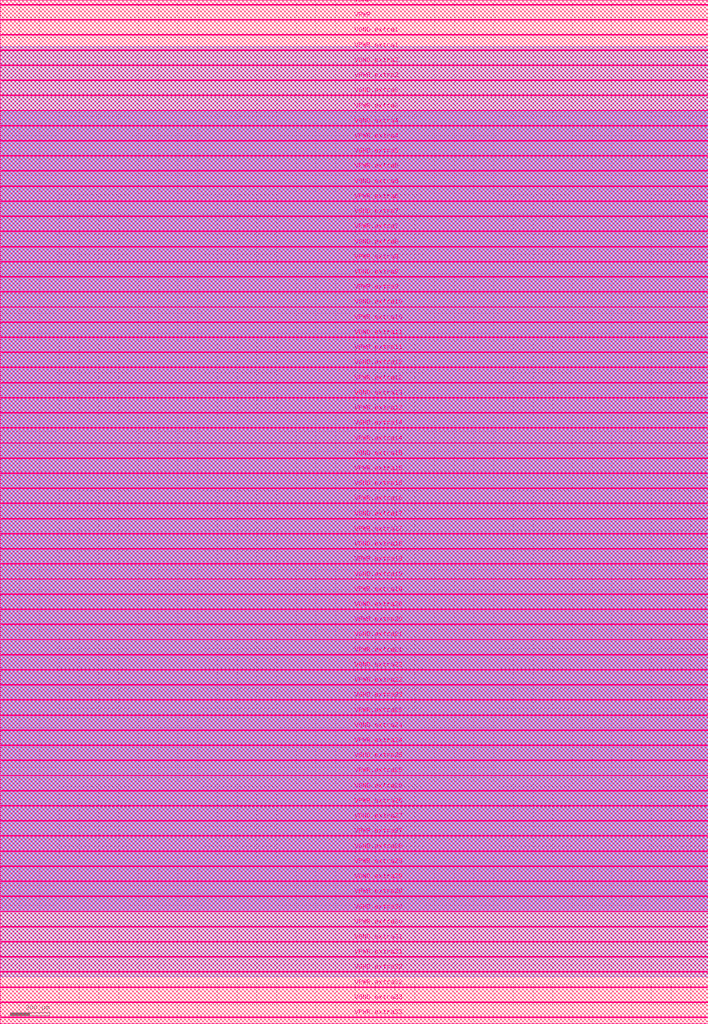
<source format=lef>
VERSION 5.7 ;
  NOWIREEXTENSIONATPIN ON ;
  DIVIDERCHAR "/" ;
  BUSBITCHARS "[]" ;
MACRO vsdPLLSoC
  CLASS BLOCK ;
  FOREIGN vsdPLLSoC ;
  ORIGIN 0.000 0.000 ;
  SIZE 3588.000 BY 5188.000 ;
  PIN VPWR
    DIRECTION INOUT ;
    USE POWER ;
    PORT
      LAYER met5 ;
        RECT 5.760 5086.815 3582.240 5088.415 ;
    END
  END VPWR
  PIN VPWR.extra1
    DIRECTION INOUT ;
    USE POWER ;
    PORT
      LAYER met5 ;
        RECT 5.760 4933.635 3582.240 4935.235 ;
    END
  END VPWR.extra1
  PIN VPWR.extra2
    DIRECTION INOUT ;
    USE POWER ;
    PORT
      LAYER met5 ;
        RECT 5.760 4780.455 3582.240 4782.055 ;
    END
  END VPWR.extra2
  PIN VPWR.extra3
    DIRECTION INOUT ;
    USE POWER ;
    PORT
      LAYER met5 ;
        RECT 5.760 4627.275 3582.240 4628.875 ;
    END
  END VPWR.extra3
  PIN VPWR.extra4
    DIRECTION INOUT ;
    USE POWER ;
    PORT
      LAYER met5 ;
        RECT 5.760 4474.095 3582.240 4475.695 ;
    END
  END VPWR.extra4
  PIN VPWR.extra5
    DIRECTION INOUT ;
    USE POWER ;
    PORT
      LAYER met5 ;
        RECT 5.760 4320.915 3582.240 4322.515 ;
    END
  END VPWR.extra5
  PIN VPWR.extra6
    DIRECTION INOUT ;
    USE POWER ;
    PORT
      LAYER met5 ;
        RECT 5.760 4167.735 3582.240 4169.335 ;
    END
  END VPWR.extra6
  PIN VPWR.extra7
    DIRECTION INOUT ;
    USE POWER ;
    PORT
      LAYER met5 ;
        RECT 5.760 4014.555 3582.240 4016.155 ;
    END
  END VPWR.extra7
  PIN VPWR.extra8
    DIRECTION INOUT ;
    USE POWER ;
    PORT
      LAYER met5 ;
        RECT 5.760 3861.375 3582.240 3862.975 ;
    END
  END VPWR.extra8
  PIN VPWR.extra9
    DIRECTION INOUT ;
    USE POWER ;
    PORT
      LAYER met5 ;
        RECT 5.760 3708.195 3582.240 3709.795 ;
    END
  END VPWR.extra9
  PIN VPWR.extra10
    DIRECTION INOUT ;
    USE POWER ;
    PORT
      LAYER met5 ;
        RECT 5.760 3555.015 3582.240 3556.615 ;
    END
  END VPWR.extra10
  PIN VPWR.extra11
    DIRECTION INOUT ;
    USE POWER ;
    PORT
      LAYER met5 ;
        RECT 5.760 3401.835 3582.240 3403.435 ;
    END
  END VPWR.extra11
  PIN VPWR.extra12
    DIRECTION INOUT ;
    USE POWER ;
    PORT
      LAYER met5 ;
        RECT 5.760 3248.655 3582.240 3250.255 ;
    END
  END VPWR.extra12
  PIN VPWR.extra13
    DIRECTION INOUT ;
    USE POWER ;
    PORT
      LAYER met5 ;
        RECT 5.760 3095.475 3582.240 3097.075 ;
    END
  END VPWR.extra13
  PIN VPWR.extra14
    DIRECTION INOUT ;
    USE POWER ;
    PORT
      LAYER met5 ;
        RECT 5.760 2942.295 3582.240 2943.895 ;
    END
  END VPWR.extra14
  PIN VPWR.extra15
    DIRECTION INOUT ;
    USE POWER ;
    PORT
      LAYER met5 ;
        RECT 5.760 2789.115 3582.240 2790.715 ;
    END
  END VPWR.extra15
  PIN VPWR.extra16
    DIRECTION INOUT ;
    USE POWER ;
    PORT
      LAYER met5 ;
        RECT 5.760 2635.935 3582.240 2637.535 ;
    END
  END VPWR.extra16
  PIN VPWR.extra17
    DIRECTION INOUT ;
    USE POWER ;
    PORT
      LAYER met5 ;
        RECT 5.760 2482.755 3582.240 2484.355 ;
    END
  END VPWR.extra17
  PIN VPWR.extra18
    DIRECTION INOUT ;
    USE POWER ;
    PORT
      LAYER met5 ;
        RECT 5.760 2329.575 3582.240 2331.175 ;
    END
  END VPWR.extra18
  PIN VPWR.extra19
    DIRECTION INOUT ;
    USE POWER ;
    PORT
      LAYER met5 ;
        RECT 5.760 2176.395 3582.240 2177.995 ;
    END
  END VPWR.extra19
  PIN VPWR.extra20
    DIRECTION INOUT ;
    USE POWER ;
    PORT
      LAYER met5 ;
        RECT 5.760 2023.215 3582.240 2024.815 ;
    END
  END VPWR.extra20
  PIN VPWR.extra21
    DIRECTION INOUT ;
    USE POWER ;
    PORT
      LAYER met5 ;
        RECT 5.760 1870.035 3582.240 1871.635 ;
    END
  END VPWR.extra21
  PIN VPWR.extra22
    DIRECTION INOUT ;
    USE POWER ;
    PORT
      LAYER met5 ;
        RECT 5.760 1716.855 3582.240 1718.455 ;
    END
  END VPWR.extra22
  PIN VPWR.extra23
    DIRECTION INOUT ;
    USE POWER ;
    PORT
      LAYER met5 ;
        RECT 5.760 1563.675 3582.240 1565.275 ;
    END
  END VPWR.extra23
  PIN VPWR.extra24
    DIRECTION INOUT ;
    USE POWER ;
    PORT
      LAYER met5 ;
        RECT 5.760 1410.495 3582.240 1412.095 ;
    END
  END VPWR.extra24
  PIN VPWR.extra25
    DIRECTION INOUT ;
    USE POWER ;
    PORT
      LAYER met5 ;
        RECT 5.760 1257.315 3582.240 1258.915 ;
    END
  END VPWR.extra25
  PIN VPWR.extra26
    DIRECTION INOUT ;
    USE POWER ;
    PORT
      LAYER met5 ;
        RECT 5.760 1104.135 3582.240 1105.735 ;
    END
  END VPWR.extra26
  PIN VPWR.extra27
    DIRECTION INOUT ;
    USE POWER ;
    PORT
      LAYER met5 ;
        RECT 5.760 950.955 3582.240 952.555 ;
    END
  END VPWR.extra27
  PIN VPWR.extra28
    DIRECTION INOUT ;
    USE POWER ;
    PORT
      LAYER met5 ;
        RECT 5.760 797.775 3582.240 799.375 ;
    END
  END VPWR.extra28
  PIN VPWR.extra29
    DIRECTION INOUT ;
    USE POWER ;
    PORT
      LAYER met5 ;
        RECT 5.760 644.595 3582.240 646.195 ;
    END
  END VPWR.extra29
  PIN VPWR.extra30
    DIRECTION INOUT ;
    USE POWER ;
    PORT
      LAYER met5 ;
        RECT 5.760 491.415 3582.240 493.015 ;
    END
  END VPWR.extra30
  PIN VPWR.extra31
    DIRECTION INOUT ;
    USE POWER ;
    PORT
      LAYER met5 ;
        RECT 5.760 338.235 3582.240 339.835 ;
    END
  END VPWR.extra31
  PIN VPWR.extra32
    DIRECTION INOUT ;
    USE POWER ;
    PORT
      LAYER met5 ;
        RECT 5.760 185.055 3582.240 186.655 ;
    END
  END VPWR.extra32
  PIN VPWR.extra33
    DIRECTION INOUT ;
    USE POWER ;
    PORT
      LAYER met5 ;
        RECT 5.760 31.875 3582.240 33.475 ;
    END
  END VPWR.extra33
  PIN VGND
    DIRECTION INOUT ;
    USE GROUND ;
    PORT
      LAYER met5 ;
        RECT 5.760 5163.405 3582.240 5165.005 ;
    END
  END VGND
  PIN VGND.extra1
    DIRECTION INOUT ;
    USE GROUND ;
    PORT
      LAYER met5 ;
        RECT 5.760 5010.225 3582.240 5011.825 ;
    END
  END VGND.extra1
  PIN VGND.extra2
    DIRECTION INOUT ;
    USE GROUND ;
    PORT
      LAYER met5 ;
        RECT 5.760 4857.045 3582.240 4858.645 ;
    END
  END VGND.extra2
  PIN VGND.extra3
    DIRECTION INOUT ;
    USE GROUND ;
    PORT
      LAYER met5 ;
        RECT 5.760 4703.865 3582.240 4705.465 ;
    END
  END VGND.extra3
  PIN VGND.extra4
    DIRECTION INOUT ;
    USE GROUND ;
    PORT
      LAYER met5 ;
        RECT 5.760 4550.685 3582.240 4552.285 ;
    END
  END VGND.extra4
  PIN VGND.extra5
    DIRECTION INOUT ;
    USE GROUND ;
    PORT
      LAYER met5 ;
        RECT 5.760 4397.505 3582.240 4399.105 ;
    END
  END VGND.extra5
  PIN VGND.extra6
    DIRECTION INOUT ;
    USE GROUND ;
    PORT
      LAYER met5 ;
        RECT 5.760 4244.325 3582.240 4245.925 ;
    END
  END VGND.extra6
  PIN VGND.extra7
    DIRECTION INOUT ;
    USE GROUND ;
    PORT
      LAYER met5 ;
        RECT 5.760 4091.145 3582.240 4092.745 ;
    END
  END VGND.extra7
  PIN VGND.extra8
    DIRECTION INOUT ;
    USE GROUND ;
    PORT
      LAYER met5 ;
        RECT 5.760 3937.965 3582.240 3939.565 ;
    END
  END VGND.extra8
  PIN VGND.extra9
    DIRECTION INOUT ;
    USE GROUND ;
    PORT
      LAYER met5 ;
        RECT 5.760 3784.785 3582.240 3786.385 ;
    END
  END VGND.extra9
  PIN VGND.extra10
    DIRECTION INOUT ;
    USE GROUND ;
    PORT
      LAYER met5 ;
        RECT 5.760 3631.605 3582.240 3633.205 ;
    END
  END VGND.extra10
  PIN VGND.extra11
    DIRECTION INOUT ;
    USE GROUND ;
    PORT
      LAYER met5 ;
        RECT 5.760 3478.425 3582.240 3480.025 ;
    END
  END VGND.extra11
  PIN VGND.extra12
    DIRECTION INOUT ;
    USE GROUND ;
    PORT
      LAYER met5 ;
        RECT 5.760 3325.245 3582.240 3326.845 ;
    END
  END VGND.extra12
  PIN VGND.extra13
    DIRECTION INOUT ;
    USE GROUND ;
    PORT
      LAYER met5 ;
        RECT 5.760 3172.065 3582.240 3173.665 ;
    END
  END VGND.extra13
  PIN VGND.extra14
    DIRECTION INOUT ;
    USE GROUND ;
    PORT
      LAYER met5 ;
        RECT 5.760 3018.885 3582.240 3020.485 ;
    END
  END VGND.extra14
  PIN VGND.extra15
    DIRECTION INOUT ;
    USE GROUND ;
    PORT
      LAYER met5 ;
        RECT 5.760 2865.705 3582.240 2867.305 ;
    END
  END VGND.extra15
  PIN VGND.extra16
    DIRECTION INOUT ;
    USE GROUND ;
    PORT
      LAYER met5 ;
        RECT 5.760 2712.525 3582.240 2714.125 ;
    END
  END VGND.extra16
  PIN VGND.extra17
    DIRECTION INOUT ;
    USE GROUND ;
    PORT
      LAYER met5 ;
        RECT 5.760 2559.345 3582.240 2560.945 ;
    END
  END VGND.extra17
  PIN VGND.extra18
    DIRECTION INOUT ;
    USE GROUND ;
    PORT
      LAYER met5 ;
        RECT 5.760 2406.165 3582.240 2407.765 ;
    END
  END VGND.extra18
  PIN VGND.extra19
    DIRECTION INOUT ;
    USE GROUND ;
    PORT
      LAYER met5 ;
        RECT 5.760 2252.985 3582.240 2254.585 ;
    END
  END VGND.extra19
  PIN VGND.extra20
    DIRECTION INOUT ;
    USE GROUND ;
    PORT
      LAYER met5 ;
        RECT 5.760 2099.805 3582.240 2101.405 ;
    END
  END VGND.extra20
  PIN VGND.extra21
    DIRECTION INOUT ;
    USE GROUND ;
    PORT
      LAYER met5 ;
        RECT 5.760 1946.625 3582.240 1948.225 ;
    END
  END VGND.extra21
  PIN VGND.extra22
    DIRECTION INOUT ;
    USE GROUND ;
    PORT
      LAYER met5 ;
        RECT 5.760 1793.445 3582.240 1795.045 ;
    END
  END VGND.extra22
  PIN VGND.extra23
    DIRECTION INOUT ;
    USE GROUND ;
    PORT
      LAYER met5 ;
        RECT 5.760 1640.265 3582.240 1641.865 ;
    END
  END VGND.extra23
  PIN VGND.extra24
    DIRECTION INOUT ;
    USE GROUND ;
    PORT
      LAYER met5 ;
        RECT 5.760 1487.085 3582.240 1488.685 ;
    END
  END VGND.extra24
  PIN VGND.extra25
    DIRECTION INOUT ;
    USE GROUND ;
    PORT
      LAYER met5 ;
        RECT 5.760 1333.905 3582.240 1335.505 ;
    END
  END VGND.extra25
  PIN VGND.extra26
    DIRECTION INOUT ;
    USE GROUND ;
    PORT
      LAYER met5 ;
        RECT 5.760 1180.725 3582.240 1182.325 ;
    END
  END VGND.extra26
  PIN VGND.extra27
    DIRECTION INOUT ;
    USE GROUND ;
    PORT
      LAYER met5 ;
        RECT 5.760 1027.545 3582.240 1029.145 ;
    END
  END VGND.extra27
  PIN VGND.extra28
    DIRECTION INOUT ;
    USE GROUND ;
    PORT
      LAYER met5 ;
        RECT 5.760 874.365 3582.240 875.965 ;
    END
  END VGND.extra28
  PIN VGND.extra29
    DIRECTION INOUT ;
    USE GROUND ;
    PORT
      LAYER met5 ;
        RECT 5.760 721.185 3582.240 722.785 ;
    END
  END VGND.extra29
  PIN VGND.extra30
    DIRECTION INOUT ;
    USE GROUND ;
    PORT
      LAYER met5 ;
        RECT 5.760 568.005 3582.240 569.605 ;
    END
  END VGND.extra30
  PIN VGND.extra31
    DIRECTION INOUT ;
    USE GROUND ;
    PORT
      LAYER met5 ;
        RECT 5.760 414.825 3582.240 416.425 ;
    END
  END VGND.extra31
  PIN VGND.extra32
    DIRECTION INOUT ;
    USE GROUND ;
    PORT
      LAYER met5 ;
        RECT 5.760 261.645 3582.240 263.245 ;
    END
  END VGND.extra32
  PIN VGND.extra33
    DIRECTION INOUT ;
    USE GROUND ;
    PORT
      LAYER met5 ;
        RECT 5.760 108.465 3582.240 110.065 ;
    END
  END VGND.extra33
  OBS
      LAYER li1 ;
        RECT 0.220 569.070 3587.780 4622.755 ;
      LAYER met1 ;
        RECT 0.000 239.060 3588.000 4951.380 ;
      LAYER met2 ;
        RECT 0.000 239.030 3588.000 4951.410 ;
      LAYER met3 ;
        RECT 0.000 568.240 3588.000 4622.700 ;
      LAYER met4 ;
        RECT 0.000 0.000 3588.000 5188.000 ;
      LAYER met5 ;
        RECT 0.000 5166.605 3588.000 5188.000 ;
        RECT 0.000 5161.805 4.160 5166.605 ;
        RECT 3583.840 5161.805 3588.000 5166.605 ;
        RECT 0.000 5090.015 3588.000 5161.805 ;
        RECT 0.000 5085.215 4.160 5090.015 ;
        RECT 3583.840 5085.215 3588.000 5090.015 ;
        RECT 0.000 5013.425 3588.000 5085.215 ;
        RECT 0.000 5008.625 4.160 5013.425 ;
        RECT 3583.840 5008.625 3588.000 5013.425 ;
        RECT 0.000 4936.835 3588.000 5008.625 ;
        RECT 0.000 4932.035 4.160 4936.835 ;
        RECT 3583.840 4932.035 3588.000 4936.835 ;
        RECT 0.000 4860.245 3588.000 4932.035 ;
        RECT 0.000 4855.445 4.160 4860.245 ;
        RECT 3583.840 4855.445 3588.000 4860.245 ;
        RECT 0.000 4783.655 3588.000 4855.445 ;
        RECT 0.000 4778.855 4.160 4783.655 ;
        RECT 3583.840 4778.855 3588.000 4783.655 ;
        RECT 0.000 4707.065 3588.000 4778.855 ;
        RECT 0.000 4702.265 4.160 4707.065 ;
        RECT 3583.840 4702.265 3588.000 4707.065 ;
        RECT 0.000 4630.475 3588.000 4702.265 ;
        RECT 0.000 4625.675 4.160 4630.475 ;
        RECT 3583.840 4625.675 3588.000 4630.475 ;
        RECT 0.000 4553.885 3588.000 4625.675 ;
        RECT 0.000 4549.085 4.160 4553.885 ;
        RECT 3583.840 4549.085 3588.000 4553.885 ;
        RECT 0.000 4477.295 3588.000 4549.085 ;
        RECT 0.000 4472.495 4.160 4477.295 ;
        RECT 3583.840 4472.495 3588.000 4477.295 ;
        RECT 0.000 4400.705 3588.000 4472.495 ;
        RECT 0.000 4395.905 4.160 4400.705 ;
        RECT 3583.840 4395.905 3588.000 4400.705 ;
        RECT 0.000 4324.115 3588.000 4395.905 ;
        RECT 0.000 4319.315 4.160 4324.115 ;
        RECT 3583.840 4319.315 3588.000 4324.115 ;
        RECT 0.000 4247.525 3588.000 4319.315 ;
        RECT 0.000 4242.725 4.160 4247.525 ;
        RECT 3583.840 4242.725 3588.000 4247.525 ;
        RECT 0.000 4170.935 3588.000 4242.725 ;
        RECT 0.000 4166.135 4.160 4170.935 ;
        RECT 3583.840 4166.135 3588.000 4170.935 ;
        RECT 0.000 4094.345 3588.000 4166.135 ;
        RECT 0.000 4089.545 4.160 4094.345 ;
        RECT 3583.840 4089.545 3588.000 4094.345 ;
        RECT 0.000 4017.755 3588.000 4089.545 ;
        RECT 0.000 4012.955 4.160 4017.755 ;
        RECT 3583.840 4012.955 3588.000 4017.755 ;
        RECT 0.000 3941.165 3588.000 4012.955 ;
        RECT 0.000 3936.365 4.160 3941.165 ;
        RECT 3583.840 3936.365 3588.000 3941.165 ;
        RECT 0.000 3864.575 3588.000 3936.365 ;
        RECT 0.000 3859.775 4.160 3864.575 ;
        RECT 3583.840 3859.775 3588.000 3864.575 ;
        RECT 0.000 3787.985 3588.000 3859.775 ;
        RECT 0.000 3783.185 4.160 3787.985 ;
        RECT 3583.840 3783.185 3588.000 3787.985 ;
        RECT 0.000 3711.395 3588.000 3783.185 ;
        RECT 0.000 3706.595 4.160 3711.395 ;
        RECT 3583.840 3706.595 3588.000 3711.395 ;
        RECT 0.000 3634.805 3588.000 3706.595 ;
        RECT 0.000 3630.005 4.160 3634.805 ;
        RECT 3583.840 3630.005 3588.000 3634.805 ;
        RECT 0.000 3558.215 3588.000 3630.005 ;
        RECT 0.000 3553.415 4.160 3558.215 ;
        RECT 3583.840 3553.415 3588.000 3558.215 ;
        RECT 0.000 3481.625 3588.000 3553.415 ;
        RECT 0.000 3476.825 4.160 3481.625 ;
        RECT 3583.840 3476.825 3588.000 3481.625 ;
        RECT 0.000 3405.035 3588.000 3476.825 ;
        RECT 0.000 3400.235 4.160 3405.035 ;
        RECT 3583.840 3400.235 3588.000 3405.035 ;
        RECT 0.000 3328.445 3588.000 3400.235 ;
        RECT 0.000 3323.645 4.160 3328.445 ;
        RECT 3583.840 3323.645 3588.000 3328.445 ;
        RECT 0.000 3251.855 3588.000 3323.645 ;
        RECT 0.000 3247.055 4.160 3251.855 ;
        RECT 3583.840 3247.055 3588.000 3251.855 ;
        RECT 0.000 3175.265 3588.000 3247.055 ;
        RECT 0.000 3170.465 4.160 3175.265 ;
        RECT 3583.840 3170.465 3588.000 3175.265 ;
        RECT 0.000 3098.675 3588.000 3170.465 ;
        RECT 0.000 3093.875 4.160 3098.675 ;
        RECT 3583.840 3093.875 3588.000 3098.675 ;
        RECT 0.000 3022.085 3588.000 3093.875 ;
        RECT 0.000 3017.285 4.160 3022.085 ;
        RECT 3583.840 3017.285 3588.000 3022.085 ;
        RECT 0.000 2945.495 3588.000 3017.285 ;
        RECT 0.000 2940.695 4.160 2945.495 ;
        RECT 3583.840 2940.695 3588.000 2945.495 ;
        RECT 0.000 2868.905 3588.000 2940.695 ;
        RECT 0.000 2864.105 4.160 2868.905 ;
        RECT 3583.840 2864.105 3588.000 2868.905 ;
        RECT 0.000 2792.315 3588.000 2864.105 ;
        RECT 0.000 2787.515 4.160 2792.315 ;
        RECT 3583.840 2787.515 3588.000 2792.315 ;
        RECT 0.000 2715.725 3588.000 2787.515 ;
        RECT 0.000 2710.925 4.160 2715.725 ;
        RECT 3583.840 2710.925 3588.000 2715.725 ;
        RECT 0.000 2639.135 3588.000 2710.925 ;
        RECT 0.000 2634.335 4.160 2639.135 ;
        RECT 3583.840 2634.335 3588.000 2639.135 ;
        RECT 0.000 2562.545 3588.000 2634.335 ;
        RECT 0.000 2557.745 4.160 2562.545 ;
        RECT 3583.840 2557.745 3588.000 2562.545 ;
        RECT 0.000 2485.955 3588.000 2557.745 ;
        RECT 0.000 2481.155 4.160 2485.955 ;
        RECT 3583.840 2481.155 3588.000 2485.955 ;
        RECT 0.000 2409.365 3588.000 2481.155 ;
        RECT 0.000 2404.565 4.160 2409.365 ;
        RECT 3583.840 2404.565 3588.000 2409.365 ;
        RECT 0.000 2332.775 3588.000 2404.565 ;
        RECT 0.000 2327.975 4.160 2332.775 ;
        RECT 3583.840 2327.975 3588.000 2332.775 ;
        RECT 0.000 2256.185 3588.000 2327.975 ;
        RECT 0.000 2251.385 4.160 2256.185 ;
        RECT 3583.840 2251.385 3588.000 2256.185 ;
        RECT 0.000 2179.595 3588.000 2251.385 ;
        RECT 0.000 2174.795 4.160 2179.595 ;
        RECT 3583.840 2174.795 3588.000 2179.595 ;
        RECT 0.000 2103.005 3588.000 2174.795 ;
        RECT 0.000 2098.205 4.160 2103.005 ;
        RECT 3583.840 2098.205 3588.000 2103.005 ;
        RECT 0.000 2026.415 3588.000 2098.205 ;
        RECT 0.000 2021.615 4.160 2026.415 ;
        RECT 3583.840 2021.615 3588.000 2026.415 ;
        RECT 0.000 1949.825 3588.000 2021.615 ;
        RECT 0.000 1945.025 4.160 1949.825 ;
        RECT 3583.840 1945.025 3588.000 1949.825 ;
        RECT 0.000 1873.235 3588.000 1945.025 ;
        RECT 0.000 1868.435 4.160 1873.235 ;
        RECT 3583.840 1868.435 3588.000 1873.235 ;
        RECT 0.000 1796.645 3588.000 1868.435 ;
        RECT 0.000 1791.845 4.160 1796.645 ;
        RECT 3583.840 1791.845 3588.000 1796.645 ;
        RECT 0.000 1720.055 3588.000 1791.845 ;
        RECT 0.000 1715.255 4.160 1720.055 ;
        RECT 3583.840 1715.255 3588.000 1720.055 ;
        RECT 0.000 1643.465 3588.000 1715.255 ;
        RECT 0.000 1638.665 4.160 1643.465 ;
        RECT 3583.840 1638.665 3588.000 1643.465 ;
        RECT 0.000 1566.875 3588.000 1638.665 ;
        RECT 0.000 1562.075 4.160 1566.875 ;
        RECT 3583.840 1562.075 3588.000 1566.875 ;
        RECT 0.000 1490.285 3588.000 1562.075 ;
        RECT 0.000 1485.485 4.160 1490.285 ;
        RECT 3583.840 1485.485 3588.000 1490.285 ;
        RECT 0.000 1413.695 3588.000 1485.485 ;
        RECT 0.000 1408.895 4.160 1413.695 ;
        RECT 3583.840 1408.895 3588.000 1413.695 ;
        RECT 0.000 1337.105 3588.000 1408.895 ;
        RECT 0.000 1332.305 4.160 1337.105 ;
        RECT 3583.840 1332.305 3588.000 1337.105 ;
        RECT 0.000 1260.515 3588.000 1332.305 ;
        RECT 0.000 1255.715 4.160 1260.515 ;
        RECT 3583.840 1255.715 3588.000 1260.515 ;
        RECT 0.000 1183.925 3588.000 1255.715 ;
        RECT 0.000 1179.125 4.160 1183.925 ;
        RECT 3583.840 1179.125 3588.000 1183.925 ;
        RECT 0.000 1107.335 3588.000 1179.125 ;
        RECT 0.000 1102.535 4.160 1107.335 ;
        RECT 3583.840 1102.535 3588.000 1107.335 ;
        RECT 0.000 1030.745 3588.000 1102.535 ;
        RECT 0.000 1025.945 4.160 1030.745 ;
        RECT 3583.840 1025.945 3588.000 1030.745 ;
        RECT 0.000 954.155 3588.000 1025.945 ;
        RECT 0.000 949.355 4.160 954.155 ;
        RECT 3583.840 949.355 3588.000 954.155 ;
        RECT 0.000 877.565 3588.000 949.355 ;
        RECT 0.000 872.765 4.160 877.565 ;
        RECT 3583.840 872.765 3588.000 877.565 ;
        RECT 0.000 800.975 3588.000 872.765 ;
        RECT 0.000 796.175 4.160 800.975 ;
        RECT 3583.840 796.175 3588.000 800.975 ;
        RECT 0.000 724.385 3588.000 796.175 ;
        RECT 0.000 719.585 4.160 724.385 ;
        RECT 3583.840 719.585 3588.000 724.385 ;
        RECT 0.000 647.795 3588.000 719.585 ;
        RECT 0.000 642.995 4.160 647.795 ;
        RECT 3583.840 642.995 3588.000 647.795 ;
        RECT 0.000 571.205 3588.000 642.995 ;
        RECT 0.000 566.405 4.160 571.205 ;
        RECT 3583.840 566.405 3588.000 571.205 ;
        RECT 0.000 494.615 3588.000 566.405 ;
        RECT 0.000 489.815 4.160 494.615 ;
        RECT 3583.840 489.815 3588.000 494.615 ;
        RECT 0.000 418.025 3588.000 489.815 ;
        RECT 0.000 413.225 4.160 418.025 ;
        RECT 3583.840 413.225 3588.000 418.025 ;
        RECT 0.000 341.435 3588.000 413.225 ;
        RECT 0.000 336.635 4.160 341.435 ;
        RECT 3583.840 336.635 3588.000 341.435 ;
        RECT 0.000 264.845 3588.000 336.635 ;
        RECT 0.000 260.045 4.160 264.845 ;
        RECT 3583.840 260.045 3588.000 264.845 ;
        RECT 0.000 188.255 3588.000 260.045 ;
        RECT 0.000 183.455 4.160 188.255 ;
        RECT 3583.840 183.455 3588.000 188.255 ;
        RECT 0.000 111.665 3588.000 183.455 ;
        RECT 0.000 106.865 4.160 111.665 ;
        RECT 3583.840 106.865 3588.000 111.665 ;
        RECT 0.000 35.075 3588.000 106.865 ;
        RECT 0.000 30.275 4.160 35.075 ;
        RECT 3583.840 30.275 3588.000 35.075 ;
        RECT 0.000 0.000 3588.000 30.275 ;
  END
END vsdPLLSoC
END LIBRARY


</source>
